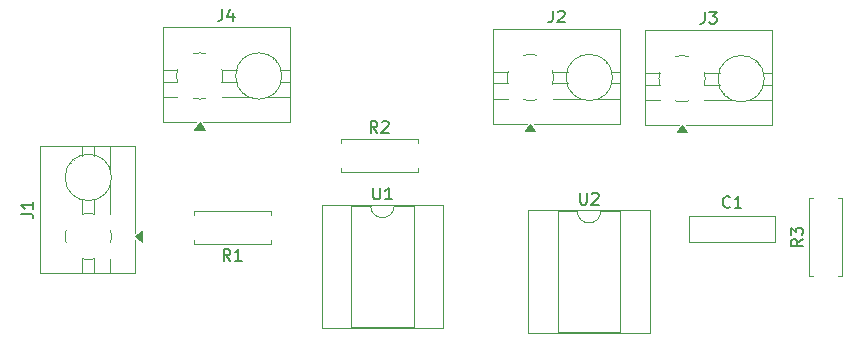
<source format=gbr>
%TF.GenerationSoftware,KiCad,Pcbnew,8.0.8*%
%TF.CreationDate,2025-04-04T11:38:52+02:00*%
%TF.ProjectId,Mise a niveau signal,4d697365-2061-4206-9e69-766561752073,rev?*%
%TF.SameCoordinates,Original*%
%TF.FileFunction,Legend,Top*%
%TF.FilePolarity,Positive*%
%FSLAX46Y46*%
G04 Gerber Fmt 4.6, Leading zero omitted, Abs format (unit mm)*
G04 Created by KiCad (PCBNEW 8.0.8) date 2025-04-04 11:38:52*
%MOMM*%
%LPD*%
G01*
G04 APERTURE LIST*
%ADD10C,0.150000*%
%ADD11C,0.120000*%
G04 APERTURE END LIST*
D10*
X121783066Y-44982419D02*
X121783066Y-45696704D01*
X121783066Y-45696704D02*
X121735447Y-45839561D01*
X121735447Y-45839561D02*
X121640209Y-45934800D01*
X121640209Y-45934800D02*
X121497352Y-45982419D01*
X121497352Y-45982419D02*
X121402114Y-45982419D01*
X122164019Y-44982419D02*
X122783066Y-44982419D01*
X122783066Y-44982419D02*
X122449733Y-45363371D01*
X122449733Y-45363371D02*
X122592590Y-45363371D01*
X122592590Y-45363371D02*
X122687828Y-45410990D01*
X122687828Y-45410990D02*
X122735447Y-45458609D01*
X122735447Y-45458609D02*
X122783066Y-45553847D01*
X122783066Y-45553847D02*
X122783066Y-45791942D01*
X122783066Y-45791942D02*
X122735447Y-45887180D01*
X122735447Y-45887180D02*
X122687828Y-45934800D01*
X122687828Y-45934800D02*
X122592590Y-45982419D01*
X122592590Y-45982419D02*
X122306876Y-45982419D01*
X122306876Y-45982419D02*
X122211638Y-45934800D01*
X122211638Y-45934800D02*
X122164019Y-45887180D01*
X111228095Y-60304819D02*
X111228095Y-61114342D01*
X111228095Y-61114342D02*
X111275714Y-61209580D01*
X111275714Y-61209580D02*
X111323333Y-61257200D01*
X111323333Y-61257200D02*
X111418571Y-61304819D01*
X111418571Y-61304819D02*
X111609047Y-61304819D01*
X111609047Y-61304819D02*
X111704285Y-61257200D01*
X111704285Y-61257200D02*
X111751904Y-61209580D01*
X111751904Y-61209580D02*
X111799523Y-61114342D01*
X111799523Y-61114342D02*
X111799523Y-60304819D01*
X112228095Y-60400057D02*
X112275714Y-60352438D01*
X112275714Y-60352438D02*
X112370952Y-60304819D01*
X112370952Y-60304819D02*
X112609047Y-60304819D01*
X112609047Y-60304819D02*
X112704285Y-60352438D01*
X112704285Y-60352438D02*
X112751904Y-60400057D01*
X112751904Y-60400057D02*
X112799523Y-60495295D01*
X112799523Y-60495295D02*
X112799523Y-60590533D01*
X112799523Y-60590533D02*
X112751904Y-60733390D01*
X112751904Y-60733390D02*
X112180476Y-61304819D01*
X112180476Y-61304819D02*
X112799523Y-61304819D01*
X130104819Y-64216666D02*
X129628628Y-64549999D01*
X130104819Y-64788094D02*
X129104819Y-64788094D01*
X129104819Y-64788094D02*
X129104819Y-64407142D01*
X129104819Y-64407142D02*
X129152438Y-64311904D01*
X129152438Y-64311904D02*
X129200057Y-64264285D01*
X129200057Y-64264285D02*
X129295295Y-64216666D01*
X129295295Y-64216666D02*
X129438152Y-64216666D01*
X129438152Y-64216666D02*
X129533390Y-64264285D01*
X129533390Y-64264285D02*
X129581009Y-64311904D01*
X129581009Y-64311904D02*
X129628628Y-64407142D01*
X129628628Y-64407142D02*
X129628628Y-64788094D01*
X129104819Y-63883332D02*
X129104819Y-63264285D01*
X129104819Y-63264285D02*
X129485771Y-63597618D01*
X129485771Y-63597618D02*
X129485771Y-63454761D01*
X129485771Y-63454761D02*
X129533390Y-63359523D01*
X129533390Y-63359523D02*
X129581009Y-63311904D01*
X129581009Y-63311904D02*
X129676247Y-63264285D01*
X129676247Y-63264285D02*
X129914342Y-63264285D01*
X129914342Y-63264285D02*
X130009580Y-63311904D01*
X130009580Y-63311904D02*
X130057200Y-63359523D01*
X130057200Y-63359523D02*
X130104819Y-63454761D01*
X130104819Y-63454761D02*
X130104819Y-63740475D01*
X130104819Y-63740475D02*
X130057200Y-63835713D01*
X130057200Y-63835713D02*
X130009580Y-63883332D01*
X123923333Y-61479580D02*
X123875714Y-61527200D01*
X123875714Y-61527200D02*
X123732857Y-61574819D01*
X123732857Y-61574819D02*
X123637619Y-61574819D01*
X123637619Y-61574819D02*
X123494762Y-61527200D01*
X123494762Y-61527200D02*
X123399524Y-61431961D01*
X123399524Y-61431961D02*
X123351905Y-61336723D01*
X123351905Y-61336723D02*
X123304286Y-61146247D01*
X123304286Y-61146247D02*
X123304286Y-61003390D01*
X123304286Y-61003390D02*
X123351905Y-60812914D01*
X123351905Y-60812914D02*
X123399524Y-60717676D01*
X123399524Y-60717676D02*
X123494762Y-60622438D01*
X123494762Y-60622438D02*
X123637619Y-60574819D01*
X123637619Y-60574819D02*
X123732857Y-60574819D01*
X123732857Y-60574819D02*
X123875714Y-60622438D01*
X123875714Y-60622438D02*
X123923333Y-60670057D01*
X124875714Y-61574819D02*
X124304286Y-61574819D01*
X124590000Y-61574819D02*
X124590000Y-60574819D01*
X124590000Y-60574819D02*
X124494762Y-60717676D01*
X124494762Y-60717676D02*
X124399524Y-60812914D01*
X124399524Y-60812914D02*
X124304286Y-60860533D01*
X80936666Y-44754819D02*
X80936666Y-45469104D01*
X80936666Y-45469104D02*
X80889047Y-45611961D01*
X80889047Y-45611961D02*
X80793809Y-45707200D01*
X80793809Y-45707200D02*
X80650952Y-45754819D01*
X80650952Y-45754819D02*
X80555714Y-45754819D01*
X81841428Y-45088152D02*
X81841428Y-45754819D01*
X81603333Y-44707200D02*
X81365238Y-45421485D01*
X81365238Y-45421485D02*
X81984285Y-45421485D01*
X81621333Y-66070819D02*
X81288000Y-65594628D01*
X81049905Y-66070819D02*
X81049905Y-65070819D01*
X81049905Y-65070819D02*
X81430857Y-65070819D01*
X81430857Y-65070819D02*
X81526095Y-65118438D01*
X81526095Y-65118438D02*
X81573714Y-65166057D01*
X81573714Y-65166057D02*
X81621333Y-65261295D01*
X81621333Y-65261295D02*
X81621333Y-65404152D01*
X81621333Y-65404152D02*
X81573714Y-65499390D01*
X81573714Y-65499390D02*
X81526095Y-65547009D01*
X81526095Y-65547009D02*
X81430857Y-65594628D01*
X81430857Y-65594628D02*
X81049905Y-65594628D01*
X82573714Y-66070819D02*
X82002286Y-66070819D01*
X82288000Y-66070819D02*
X82288000Y-65070819D01*
X82288000Y-65070819D02*
X82192762Y-65213676D01*
X82192762Y-65213676D02*
X82097524Y-65308914D01*
X82097524Y-65308914D02*
X82002286Y-65356533D01*
X93726095Y-59862819D02*
X93726095Y-60672342D01*
X93726095Y-60672342D02*
X93773714Y-60767580D01*
X93773714Y-60767580D02*
X93821333Y-60815200D01*
X93821333Y-60815200D02*
X93916571Y-60862819D01*
X93916571Y-60862819D02*
X94107047Y-60862819D01*
X94107047Y-60862819D02*
X94202285Y-60815200D01*
X94202285Y-60815200D02*
X94249904Y-60767580D01*
X94249904Y-60767580D02*
X94297523Y-60672342D01*
X94297523Y-60672342D02*
X94297523Y-59862819D01*
X95297523Y-60862819D02*
X94726095Y-60862819D01*
X95011809Y-60862819D02*
X95011809Y-59862819D01*
X95011809Y-59862819D02*
X94916571Y-60005676D01*
X94916571Y-60005676D02*
X94821333Y-60100914D01*
X94821333Y-60100914D02*
X94726095Y-60148533D01*
X108930666Y-44880819D02*
X108930666Y-45595104D01*
X108930666Y-45595104D02*
X108883047Y-45737961D01*
X108883047Y-45737961D02*
X108787809Y-45833200D01*
X108787809Y-45833200D02*
X108644952Y-45880819D01*
X108644952Y-45880819D02*
X108549714Y-45880819D01*
X109359238Y-44976057D02*
X109406857Y-44928438D01*
X109406857Y-44928438D02*
X109502095Y-44880819D01*
X109502095Y-44880819D02*
X109740190Y-44880819D01*
X109740190Y-44880819D02*
X109835428Y-44928438D01*
X109835428Y-44928438D02*
X109883047Y-44976057D01*
X109883047Y-44976057D02*
X109930666Y-45071295D01*
X109930666Y-45071295D02*
X109930666Y-45166533D01*
X109930666Y-45166533D02*
X109883047Y-45309390D01*
X109883047Y-45309390D02*
X109311619Y-45880819D01*
X109311619Y-45880819D02*
X109930666Y-45880819D01*
X63930819Y-62091333D02*
X64645104Y-62091333D01*
X64645104Y-62091333D02*
X64787961Y-62138952D01*
X64787961Y-62138952D02*
X64883200Y-62234190D01*
X64883200Y-62234190D02*
X64930819Y-62377047D01*
X64930819Y-62377047D02*
X64930819Y-62472285D01*
X64930819Y-61091333D02*
X64930819Y-61662761D01*
X64930819Y-61377047D02*
X63930819Y-61377047D01*
X63930819Y-61377047D02*
X64073676Y-61472285D01*
X64073676Y-61472285D02*
X64168914Y-61567523D01*
X64168914Y-61567523D02*
X64216533Y-61662761D01*
X94067333Y-55234819D02*
X93734000Y-54758628D01*
X93495905Y-55234819D02*
X93495905Y-54234819D01*
X93495905Y-54234819D02*
X93876857Y-54234819D01*
X93876857Y-54234819D02*
X93972095Y-54282438D01*
X93972095Y-54282438D02*
X94019714Y-54330057D01*
X94019714Y-54330057D02*
X94067333Y-54425295D01*
X94067333Y-54425295D02*
X94067333Y-54568152D01*
X94067333Y-54568152D02*
X94019714Y-54663390D01*
X94019714Y-54663390D02*
X93972095Y-54711009D01*
X93972095Y-54711009D02*
X93876857Y-54758628D01*
X93876857Y-54758628D02*
X93495905Y-54758628D01*
X94448286Y-54330057D02*
X94495905Y-54282438D01*
X94495905Y-54282438D02*
X94591143Y-54234819D01*
X94591143Y-54234819D02*
X94829238Y-54234819D01*
X94829238Y-54234819D02*
X94924476Y-54282438D01*
X94924476Y-54282438D02*
X94972095Y-54330057D01*
X94972095Y-54330057D02*
X95019714Y-54425295D01*
X95019714Y-54425295D02*
X95019714Y-54520533D01*
X95019714Y-54520533D02*
X94972095Y-54663390D01*
X94972095Y-54663390D02*
X94400667Y-55234819D01*
X94400667Y-55234819D02*
X95019714Y-55234819D01*
D11*
%TO.C,J3*%
X116746400Y-46527600D02*
X116746400Y-54567600D01*
X116746400Y-46527600D02*
X127486400Y-46527600D01*
X116746400Y-50147600D02*
X117986400Y-50147600D01*
X116746400Y-51147600D02*
X117986400Y-51147600D01*
X116746400Y-52447600D02*
X117986400Y-52447600D01*
X116746400Y-54567600D02*
X119566400Y-54567600D01*
X120166400Y-54567600D02*
X127486400Y-54567600D01*
X121746400Y-50147600D02*
X123054400Y-50147600D01*
X121746400Y-51147600D02*
X123054400Y-51147600D01*
X121746400Y-52447600D02*
X124323400Y-52447600D01*
X123422400Y-51851600D02*
X123379400Y-51894600D01*
X123661400Y-52090600D02*
X123618400Y-52133600D01*
X125409400Y-52447600D02*
X127486400Y-52447600D01*
X126113400Y-49161600D02*
X126070400Y-49204600D01*
X126353400Y-49400600D02*
X126310400Y-49443600D01*
X126678400Y-50147600D02*
X127486400Y-50147600D01*
X126678400Y-51147600D02*
X127486400Y-51147600D01*
X127486400Y-46527600D02*
X127486400Y-54567600D01*
X117986400Y-51201600D02*
G75*
G02*
X117986539Y-50093128I1879990J554000D01*
G01*
X119312400Y-48767600D02*
G75*
G02*
X120420872Y-48767739I554000J-1880000D01*
G01*
X120420400Y-52527600D02*
G75*
G02*
X119311928Y-52527461I-554000J1879990D01*
G01*
X121746400Y-50093600D02*
G75*
G02*
X121746261Y-51202072I-1880000J-554000D01*
G01*
X126826400Y-50647600D02*
G75*
G02*
X122906400Y-50647600I-1960000J0D01*
G01*
X122906400Y-50647600D02*
G75*
G02*
X126826400Y-50647600I1960000J0D01*
G01*
X120306400Y-55177600D02*
X119426400Y-55177600D01*
X119866400Y-54567600D01*
X120306400Y-55177600D01*
G36*
X120306400Y-55177600D02*
G01*
X119426400Y-55177600D01*
X119866400Y-54567600D01*
X120306400Y-55177600D01*
G37*
%TO.C,U2*%
X106850000Y-61790000D02*
X106850000Y-72190000D01*
X106850000Y-72190000D02*
X117130000Y-72190000D01*
X109340000Y-61850000D02*
X109340000Y-72130000D01*
X109340000Y-72130000D02*
X114640000Y-72130000D01*
X110990000Y-61850000D02*
X109340000Y-61850000D01*
X114640000Y-61850000D02*
X112990000Y-61850000D01*
X114640000Y-72130000D02*
X114640000Y-61850000D01*
X117130000Y-61790000D02*
X106850000Y-61790000D01*
X117130000Y-72190000D02*
X117130000Y-61790000D01*
X112990000Y-61850000D02*
G75*
G02*
X110990000Y-61850000I-1000000J0D01*
G01*
%TO.C,R3*%
X130650000Y-67320000D02*
X130650000Y-60780000D01*
X130980000Y-67320000D02*
X130650000Y-67320000D01*
X133060000Y-67320000D02*
X133390000Y-67320000D01*
X133390000Y-67320000D02*
X133390000Y-60780000D01*
X130650000Y-60780000D02*
X130980000Y-60780000D01*
X133390000Y-60780000D02*
X133060000Y-60780000D01*
%TO.C,C1*%
X120470000Y-62250000D02*
X120470000Y-64490000D01*
X120470000Y-62250000D02*
X127710000Y-62250000D01*
X120470000Y-64490000D02*
X127710000Y-64490000D01*
X127710000Y-62250000D02*
X127710000Y-64490000D01*
%TO.C,J4*%
X79460000Y-54950000D02*
X78580000Y-54950000D01*
X79020000Y-54340000D01*
X79460000Y-54950000D01*
G36*
X79460000Y-54950000D02*
G01*
X78580000Y-54950000D01*
X79020000Y-54340000D01*
X79460000Y-54950000D01*
G37*
X85980000Y-50420000D02*
G75*
G02*
X82060000Y-50420000I-1960000J0D01*
G01*
X82060000Y-50420000D02*
G75*
G02*
X85980000Y-50420000I1960000J0D01*
G01*
X80900000Y-49866000D02*
G75*
G02*
X80899861Y-50974472I-1880000J-554000D01*
G01*
X79574000Y-52300000D02*
G75*
G02*
X78465528Y-52299861I-554000J1879990D01*
G01*
X78466000Y-48540000D02*
G75*
G02*
X79574472Y-48540139I554000J-1880000D01*
G01*
X77140000Y-50974000D02*
G75*
G02*
X77140139Y-49865528I1879990J554000D01*
G01*
X86640000Y-46300000D02*
X86640000Y-54340000D01*
X85832000Y-50920000D02*
X86640000Y-50920000D01*
X85832000Y-49920000D02*
X86640000Y-49920000D01*
X85507000Y-49173000D02*
X85464000Y-49216000D01*
X85267000Y-48934000D02*
X85224000Y-48977000D01*
X84563000Y-52220000D02*
X86640000Y-52220000D01*
X82815000Y-51863000D02*
X82772000Y-51906000D01*
X82576000Y-51624000D02*
X82533000Y-51667000D01*
X80900000Y-52220000D02*
X83477000Y-52220000D01*
X80900000Y-50920000D02*
X82208000Y-50920000D01*
X80900000Y-49920000D02*
X82208000Y-49920000D01*
X79320000Y-54340000D02*
X86640000Y-54340000D01*
X75900000Y-54340000D02*
X78720000Y-54340000D01*
X75900000Y-52220000D02*
X77140000Y-52220000D01*
X75900000Y-50920000D02*
X77140000Y-50920000D01*
X75900000Y-49920000D02*
X77140000Y-49920000D01*
X75900000Y-46300000D02*
X86640000Y-46300000D01*
X75900000Y-46300000D02*
X75900000Y-54340000D01*
%TO.C,R1*%
X78518000Y-61876000D02*
X78518000Y-62206000D01*
X78518000Y-64616000D02*
X78518000Y-64286000D01*
X85058000Y-61876000D02*
X78518000Y-61876000D01*
X85058000Y-62206000D02*
X85058000Y-61876000D01*
X85058000Y-64286000D02*
X85058000Y-64616000D01*
X85058000Y-64616000D02*
X78518000Y-64616000D01*
%TO.C,U1*%
X89348000Y-61348000D02*
X89348000Y-71748000D01*
X89348000Y-71748000D02*
X99628000Y-71748000D01*
X91838000Y-61408000D02*
X91838000Y-71688000D01*
X91838000Y-71688000D02*
X97138000Y-71688000D01*
X93488000Y-61408000D02*
X91838000Y-61408000D01*
X97138000Y-61408000D02*
X95488000Y-61408000D01*
X97138000Y-71688000D02*
X97138000Y-61408000D01*
X99628000Y-61348000D02*
X89348000Y-61348000D01*
X99628000Y-71748000D02*
X99628000Y-61348000D01*
X95488000Y-61408000D02*
G75*
G02*
X93488000Y-61408000I-1000000J0D01*
G01*
%TO.C,J2*%
X103894000Y-46426000D02*
X103894000Y-54466000D01*
X103894000Y-46426000D02*
X114634000Y-46426000D01*
X103894000Y-50046000D02*
X105134000Y-50046000D01*
X103894000Y-51046000D02*
X105134000Y-51046000D01*
X103894000Y-52346000D02*
X105134000Y-52346000D01*
X103894000Y-54466000D02*
X106714000Y-54466000D01*
X107314000Y-54466000D02*
X114634000Y-54466000D01*
X108894000Y-50046000D02*
X110202000Y-50046000D01*
X108894000Y-51046000D02*
X110202000Y-51046000D01*
X108894000Y-52346000D02*
X111471000Y-52346000D01*
X110570000Y-51750000D02*
X110527000Y-51793000D01*
X110809000Y-51989000D02*
X110766000Y-52032000D01*
X112557000Y-52346000D02*
X114634000Y-52346000D01*
X113261000Y-49060000D02*
X113218000Y-49103000D01*
X113501000Y-49299000D02*
X113458000Y-49342000D01*
X113826000Y-50046000D02*
X114634000Y-50046000D01*
X113826000Y-51046000D02*
X114634000Y-51046000D01*
X114634000Y-46426000D02*
X114634000Y-54466000D01*
X105134000Y-51100000D02*
G75*
G02*
X105134139Y-49991528I1879990J554000D01*
G01*
X106460000Y-48666000D02*
G75*
G02*
X107568472Y-48666139I554000J-1880000D01*
G01*
X107568000Y-52426000D02*
G75*
G02*
X106459528Y-52425861I-554000J1879990D01*
G01*
X108894000Y-49992000D02*
G75*
G02*
X108893861Y-51100472I-1880000J-554000D01*
G01*
X113974000Y-50546000D02*
G75*
G02*
X110054000Y-50546000I-1960000J0D01*
G01*
X110054000Y-50546000D02*
G75*
G02*
X113974000Y-50546000I1960000J0D01*
G01*
X107454000Y-55076000D02*
X106574000Y-55076000D01*
X107014000Y-54466000D01*
X107454000Y-55076000D01*
G36*
X107454000Y-55076000D02*
G01*
X106574000Y-55076000D01*
X107014000Y-54466000D01*
X107454000Y-55076000D01*
G37*
%TO.C,J1*%
X65476000Y-56388000D02*
X73516000Y-56388000D01*
X65476000Y-67128000D02*
X65476000Y-56388000D01*
X65476000Y-67128000D02*
X73516000Y-67128000D01*
X68110000Y-57761000D02*
X68153000Y-57804000D01*
X68349000Y-57521000D02*
X68392000Y-57564000D01*
X69096000Y-57196000D02*
X69096000Y-56388000D01*
X69096000Y-62128000D02*
X69096000Y-60820000D01*
X69096000Y-67128000D02*
X69096000Y-65888000D01*
X70096000Y-57196000D02*
X70096000Y-56388000D01*
X70096000Y-62128000D02*
X70096000Y-60820000D01*
X70096000Y-67128000D02*
X70096000Y-65888000D01*
X70800000Y-60452000D02*
X70843000Y-60495000D01*
X71039000Y-60213000D02*
X71082000Y-60256000D01*
X71396000Y-58465000D02*
X71396000Y-56388000D01*
X71396000Y-62128000D02*
X71396000Y-59551000D01*
X71396000Y-67128000D02*
X71396000Y-65888000D01*
X73516000Y-63708000D02*
X73516000Y-56388000D01*
X73516000Y-67128000D02*
X73516000Y-64308000D01*
X67716000Y-64562000D02*
G75*
G02*
X67716139Y-63453528I1880000J554000D01*
G01*
X69042000Y-62128000D02*
G75*
G02*
X70150472Y-62128139I554000J-1880000D01*
G01*
X70150000Y-65888000D02*
G75*
G02*
X69041528Y-65887861I-554000J1879990D01*
G01*
X71476000Y-63454000D02*
G75*
G02*
X71475861Y-64562472I-1879990J-554000D01*
G01*
X71556000Y-59008000D02*
G75*
G02*
X67636000Y-59008000I-1960000J0D01*
G01*
X67636000Y-59008000D02*
G75*
G02*
X71556000Y-59008000I1960000J0D01*
G01*
X74126000Y-64448000D02*
X73516000Y-64008000D01*
X74126000Y-63568000D01*
X74126000Y-64448000D01*
G36*
X74126000Y-64448000D02*
G01*
X73516000Y-64008000D01*
X74126000Y-63568000D01*
X74126000Y-64448000D01*
G37*
%TO.C,R2*%
X90964000Y-55780000D02*
X97504000Y-55780000D01*
X90964000Y-56110000D02*
X90964000Y-55780000D01*
X90964000Y-58190000D02*
X90964000Y-58520000D01*
X90964000Y-58520000D02*
X97504000Y-58520000D01*
X97504000Y-55780000D02*
X97504000Y-56110000D01*
X97504000Y-58520000D02*
X97504000Y-58190000D01*
%TD*%
M02*

</source>
